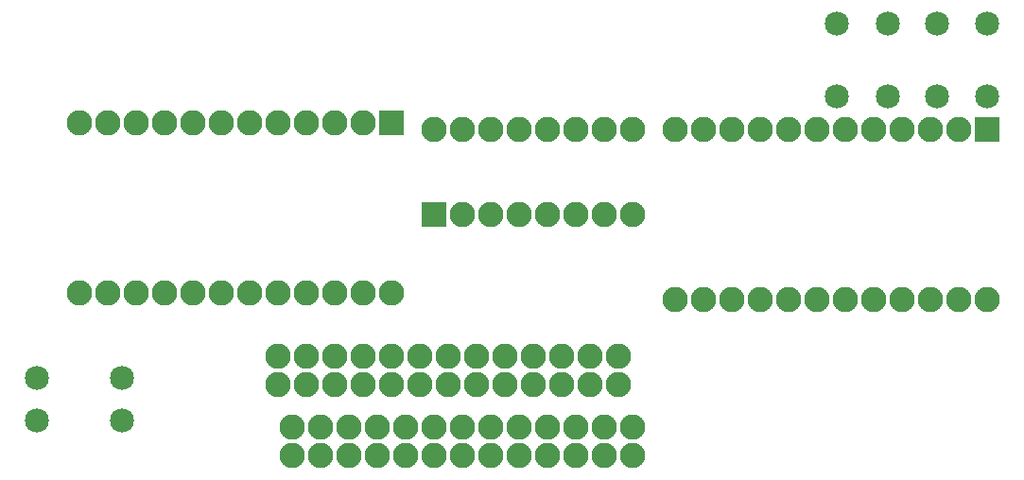
<source format=gts>
G04 MADE WITH FRITZING*
G04 WWW.FRITZING.ORG*
G04 DOUBLE SIDED*
G04 HOLES PLATED*
G04 CONTOUR ON CENTER OF CONTOUR VECTOR*
%ASAXBY*%
%FSLAX23Y23*%
%MOIN*%
%OFA0B0*%
%SFA1.0B1.0*%
%ADD10C,0.085000*%
%ADD11C,0.089370*%
%ADD12R,0.089370X0.089370*%
%LNMASK1*%
G90*
G70*
G54D10*
X3057Y1628D03*
X3057Y1372D03*
X2880Y1628D03*
X2880Y1372D03*
X3409Y1628D03*
X3409Y1372D03*
X3232Y1628D03*
X3232Y1372D03*
X357Y228D03*
X57Y228D03*
X357Y378D03*
X57Y378D03*
G54D11*
X957Y103D03*
X1057Y103D03*
X1157Y103D03*
X1257Y103D03*
X1357Y103D03*
X1457Y103D03*
X1557Y103D03*
X1657Y103D03*
X1757Y103D03*
X1857Y103D03*
X1957Y103D03*
X2057Y103D03*
X2157Y103D03*
X957Y103D03*
X1057Y103D03*
X1157Y103D03*
X1257Y103D03*
X1357Y103D03*
X1457Y103D03*
X1557Y103D03*
X1657Y103D03*
X1757Y103D03*
X1857Y103D03*
X1957Y103D03*
X2057Y103D03*
X2157Y103D03*
X2157Y203D03*
X2057Y203D03*
X1957Y203D03*
X1857Y203D03*
X1757Y203D03*
X1657Y203D03*
X1557Y203D03*
X1457Y203D03*
X1357Y203D03*
X1257Y203D03*
X1157Y203D03*
X1057Y203D03*
X957Y203D03*
X907Y353D03*
X1007Y353D03*
X1107Y353D03*
X1207Y353D03*
X1307Y353D03*
X1407Y353D03*
X1507Y353D03*
X1607Y353D03*
X1707Y353D03*
X1807Y353D03*
X1907Y353D03*
X2007Y353D03*
X2107Y353D03*
X907Y353D03*
X1007Y353D03*
X1107Y353D03*
X1207Y353D03*
X1307Y353D03*
X1407Y353D03*
X1507Y353D03*
X1607Y353D03*
X1707Y353D03*
X1807Y353D03*
X1907Y353D03*
X2007Y353D03*
X2107Y353D03*
X2107Y453D03*
X2007Y453D03*
X1907Y453D03*
X1807Y453D03*
X1707Y453D03*
X1607Y453D03*
X1507Y453D03*
X1407Y453D03*
X1307Y453D03*
X1207Y453D03*
X1107Y453D03*
X1007Y453D03*
X907Y453D03*
X3407Y1253D03*
X3407Y653D03*
X3307Y1253D03*
X3307Y653D03*
X3207Y1253D03*
X3207Y653D03*
X3107Y1253D03*
X3107Y653D03*
X3007Y1253D03*
X3007Y653D03*
X2907Y1253D03*
X2907Y653D03*
X2807Y1253D03*
X2807Y653D03*
X2707Y1253D03*
X2707Y653D03*
X2607Y1253D03*
X2607Y653D03*
X2507Y1253D03*
X2507Y653D03*
X2407Y1253D03*
X2407Y653D03*
X2307Y1253D03*
X2307Y653D03*
X1457Y953D03*
X1457Y1253D03*
X1557Y953D03*
X1557Y1253D03*
X1657Y953D03*
X1657Y1253D03*
X1757Y953D03*
X1757Y1253D03*
X1857Y953D03*
X1857Y1253D03*
X1957Y953D03*
X1957Y1253D03*
X2057Y953D03*
X2057Y1253D03*
X2157Y953D03*
X2157Y1253D03*
X1308Y1277D03*
X1308Y677D03*
X1208Y1277D03*
X1208Y677D03*
X1108Y1277D03*
X1108Y677D03*
X1008Y1277D03*
X1008Y677D03*
X908Y1277D03*
X908Y677D03*
X808Y1277D03*
X808Y677D03*
X708Y1277D03*
X708Y677D03*
X608Y1277D03*
X608Y677D03*
X508Y1277D03*
X508Y677D03*
X408Y1277D03*
X408Y677D03*
X308Y1277D03*
X308Y677D03*
X208Y1277D03*
X208Y677D03*
G54D12*
X3407Y1253D03*
X1457Y953D03*
X1308Y1277D03*
G04 End of Mask1*
M02*
</source>
